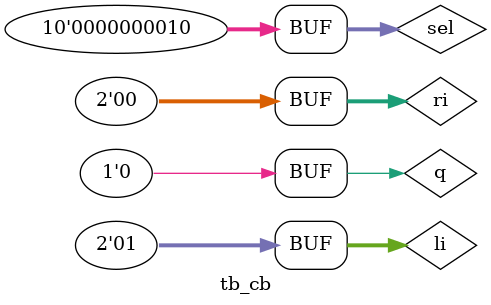
<source format=v>
`timescale 1ns / 1ps

module tb_cb;

	// Inputs
	reg [1:0] ri;
	reg [1:0] li;
	reg [9:0] sel;
	reg q;
	
	wire [1:0] clb;
	wire [1:0] ro;
	wire [1:0] lo;


	// Instantiate the Unit Under Test (UUT)
	cb uut (
		.ri(ri), 
		.li(li),
		.sel(sel),
		.q(q),
		.ro(ro),
		.lo(lo),
		.clb(clb)
	);

	initial begin
		// Initialize Inputs
		ri = 0;
		li = 0;
		sel = 0;
		q = 0;

		// Wait 100 ns for global reset to finish
		#100;
		ri = 1;
		li = 1;
		sel = 1;
		q = 1;
		#100;
		ri = 12;
		li = 13;
		sel = 2;
		q = 0;

        
		// Add stimulus here

	end
      
endmodule


</source>
